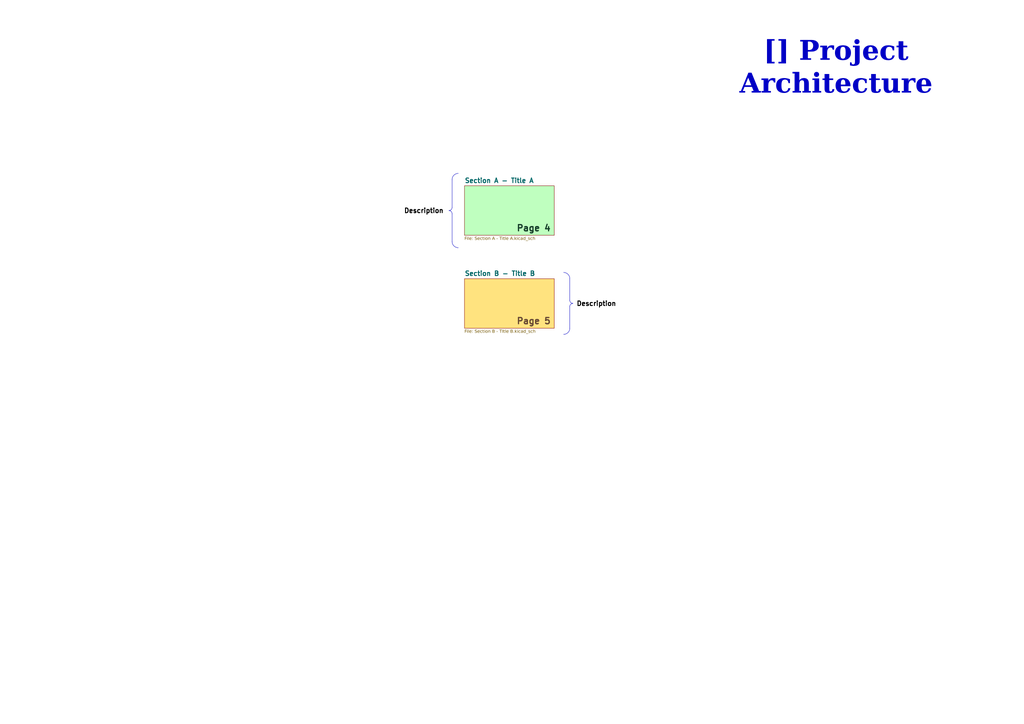
<source format=kicad_sch>
(kicad_sch
	(version 20250114)
	(generator "eeschema")
	(generator_version "9.0")
	(uuid "07236397-3ba4-47af-9809-3faac3a2aa49")
	(paper "A3")
	(title_block
		(title "Project Architecture")
		(date "2025-01-12")
		(rev "${REVISION}")
		(company "${COMPANY}")
	)
	(lib_symbols)
	(arc
		(start 185.42 85.09)
		(mid 185.0451 85.9851)
		(end 184.15 86.36)
		(stroke
			(width 0)
			(type default)
		)
		(fill
			(type none)
		)
		(uuid 13e3bc56-4a98-40ef-8c39-3b21620a792f)
	)
	(arc
		(start 234.97 124.44)
		(mid 234.0749 124.0651)
		(end 233.7 123.17)
		(stroke
			(width 0)
			(type default)
		)
		(fill
			(type none)
		)
		(uuid 19c30b2f-1391-4be0-8a5f-17a3226c0876)
	)
	(arc
		(start 233.7 125.71)
		(mid 234.0749 124.8149)
		(end 234.97 124.44)
		(stroke
			(width 0)
			(type default)
		)
		(fill
			(type none)
		)
		(uuid 5b059745-d833-4f9d-9745-ec7a90904541)
	)
	(arc
		(start 233.7 134.6)
		(mid 232.9561 136.3961)
		(end 231.16 137.14)
		(stroke
			(width 0)
			(type default)
		)
		(fill
			(type none)
		)
		(uuid 62bb3cd5-23b6-4c8e-a8f2-a293aca5d83b)
	)
	(arc
		(start 184.15 86.36)
		(mid 185.0451 86.7349)
		(end 185.42 87.63)
		(stroke
			(width 0)
			(type default)
		)
		(fill
			(type none)
		)
		(uuid 787eda22-1bf9-4d1b-96b2-11995bb2af0f)
	)
	(arc
		(start 187.96 101.6)
		(mid 186.1698 100.8502)
		(end 185.42 99.06)
		(stroke
			(width 0)
			(type default)
		)
		(fill
			(type none)
		)
		(uuid 7c454724-851d-42c5-8823-df570c1fc5eb)
	)
	(arc
		(start 231.16 111.74)
		(mid 232.9502 112.4898)
		(end 233.7 114.28)
		(stroke
			(width 0)
			(type default)
		)
		(fill
			(type none)
		)
		(uuid 94ad6bc3-4505-4c4a-89fc-83d0c51dd562)
	)
	(arc
		(start 185.42 73.66)
		(mid 186.1639 71.8639)
		(end 187.96 71.12)
		(stroke
			(width 0)
			(type default)
		)
		(fill
			(type none)
		)
		(uuid fda911f3-adb3-4abb-981f-a877a93c831b)
	)
	(text "Page 5"
		(exclude_from_sim no)
		(at 226.06 133.35 0)
		(effects
			(font
				(size 2.54 2.54)
				(bold yes)
				(color 100 70 50 1)
			)
			(justify right bottom)
			(href "#5")
		)
		(uuid "b60ecde0-2a85-4071-a728-47148cd80779")
	)
	(text "Page 4"
		(exclude_from_sim no)
		(at 226.06 95.25 0)
		(effects
			(font
				(size 2.54 2.54)
				(bold yes)
				(color 20 60 40 1)
			)
			(justify right bottom)
			(href "#4")
		)
		(uuid "f04f874a-d252-4474-87f2-c34bbb094a4c")
	)
	(text_box "Description"
		(exclude_from_sim no)
		(at 166.37 83.82 0)
		(size 17.145 5.08)
		(margins 1.4287 1.4287 1.4287 1.4287)
		(stroke
			(width -0.0001)
			(type default)
		)
		(fill
			(type none)
		)
		(effects
			(font
				(size 1.905 1.905)
				(thickness 0.381)
				(bold yes)
				(color 0 0 0 1)
			)
			(justify right top)
		)
		(uuid "971f0c48-6726-412d-badf-cee82cbffedd")
	)
	(text_box "Description"
		(exclude_from_sim no)
		(at 234.95 121.92 0)
		(size 26.015 5.1)
		(margins 1.4287 1.4287 1.4287 1.4287)
		(stroke
			(width -0.0001)
			(type default)
		)
		(fill
			(type none)
		)
		(effects
			(font
				(size 1.905 1.905)
				(thickness 0.381)
				(bold yes)
				(color 0 0 0 1)
			)
			(justify left top)
		)
		(uuid "97bb5e92-ab26-4907-9b80-08d49465fc86")
	)
	(text_box "[${#}] ${TITLE}"
		(exclude_from_sim no)
		(at 279.4 21.59 0)
		(size 127 12.7)
		(margins 5.9999 5.9999 5.9999 5.9999)
		(stroke
			(width -0.0001)
			(type solid)
		)
		(fill
			(type none)
		)
		(effects
			(font
				(face "Times New Roman")
				(size 8 8)
				(thickness 1.2)
				(bold yes)
				(color 0 0 194 1)
			)
		)
		(uuid "f4789478-c68e-4cee-9edd-5d11b744f94d")
	)
	(polyline
		(pts
			(xy 185.42 87.63) (xy 185.42 99.06)
		)
		(stroke
			(width 0)
			(type default)
		)
		(uuid "8b678fb1-fee7-4461-95f7-7f383f478fdc")
	)
	(polyline
		(pts
			(xy 233.68 125.73) (xy 233.68 134.62)
		)
		(stroke
			(width 0)
			(type default)
		)
		(uuid "8c7de816-3d34-497f-b0c8-22f80559d2d8")
	)
	(polyline
		(pts
			(xy 185.42 85.09) (xy 185.42 73.66)
		)
		(stroke
			(width 0)
			(type default)
		)
		(uuid "903e49b2-1b5d-4317-a33b-adfda1594a88")
	)
	(polyline
		(pts
			(xy 233.68 114.3) (xy 233.68 123.19)
		)
		(stroke
			(width 0)
			(type default)
		)
		(uuid "9543d363-0f36-4c41-97bc-b97723f48818")
	)
	(sheet
		(at 190.5 114.3)
		(size 36.83 20.32)
		(exclude_from_sim no)
		(in_bom yes)
		(on_board yes)
		(dnp no)
		(fields_autoplaced yes)
		(stroke
			(width 0.1524)
			(type solid)
		)
		(fill
			(color 255 200 0 0.5020)
		)
		(uuid "e744f3ce-03a6-44a6-8792-1447ef232b9a")
		(property "Sheetname" "Section B - Title B"
			(at 190.5 113.2709 0)
			(effects
				(font
					(size 1.905 1.905)
					(bold yes)
				)
				(justify left bottom)
			)
		)
		(property "Sheetfile" "Section B - TItle B.kicad_sch"
			(at 190.5 135.2046 0)
			(effects
				(font
					(face "Arial")
					(size 1.27 1.27)
				)
				(justify left top)
			)
		)
		(instances
			(project "StepUp_module_12to450V"
				(path "/f9e05184-c88b-4a88-ae9c-ab2bdb32be7c/c5103ceb-5325-4a84-a025-9638a412984e"
					(page "5")
				)
			)
		)
	)
	(sheet
		(at 190.5 76.2)
		(size 36.83 20.32)
		(exclude_from_sim no)
		(in_bom yes)
		(on_board yes)
		(dnp no)
		(fields_autoplaced yes)
		(stroke
			(width 0.1524)
			(type solid)
		)
		(fill
			(color 128 255 128 0.5000)
		)
		(uuid "f06537ee-772d-44d3-8c50-e0ba41038c9c")
		(property "Sheetname" "Section A - Title A"
			(at 190.5 75.1709 0)
			(effects
				(font
					(size 1.905 1.905)
					(bold yes)
				)
				(justify left bottom)
			)
		)
		(property "Sheetfile" "Section A - Title A.kicad_sch"
			(at 190.5 97.1046 0)
			(effects
				(font
					(face "Arial")
					(size 1.27 1.27)
				)
				(justify left top)
			)
		)
		(instances
			(project "StepUp_module_12to450V"
				(path "/f9e05184-c88b-4a88-ae9c-ab2bdb32be7c/c5103ceb-5325-4a84-a025-9638a412984e"
					(page "4")
				)
			)
		)
	)
)

</source>
